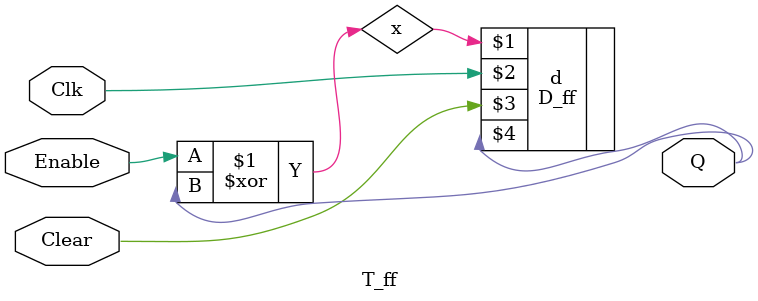
<source format=v>
`timescale 1ns / 1ps


module T_ff(
    input Enable,
    input Clk,
    input Clear,
    output Q
    );
    wire x;
    assign x = Enable ^ Q;
    D_ff d(x, Clk, Clear, Q);
endmodule

</source>
